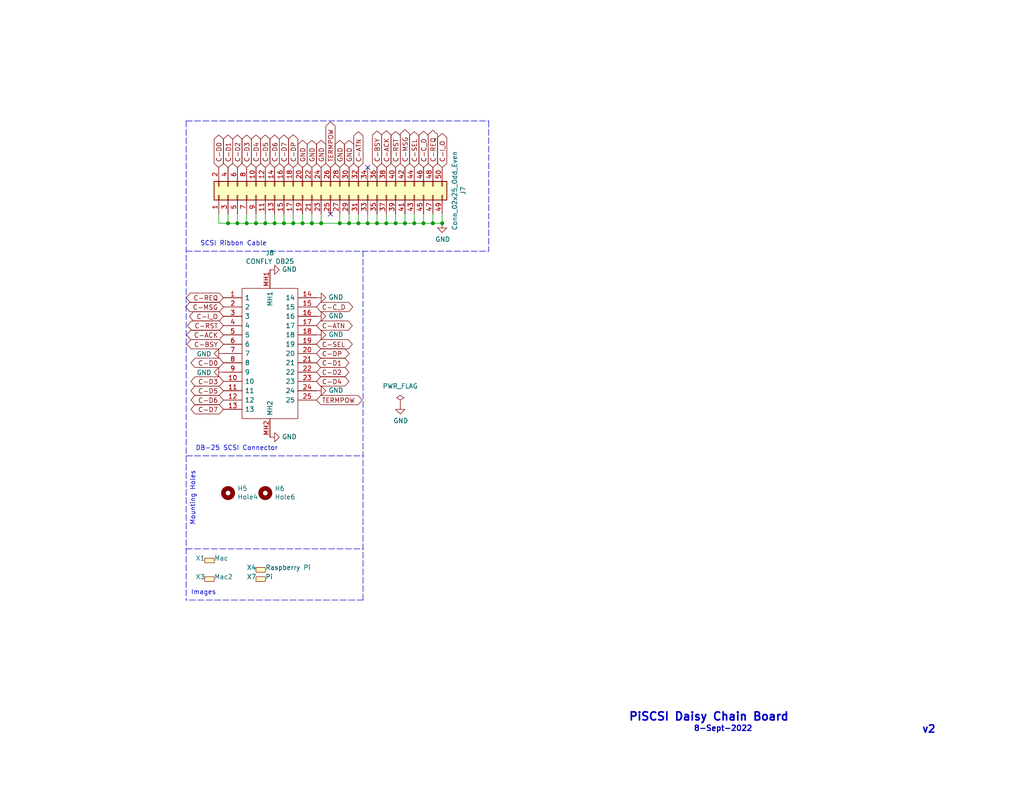
<source format=kicad_sch>
(kicad_sch (version 20211123) (generator eeschema)
  (paper "USLetter")
  (lib_symbols
    (symbol "Connector_Generic:Conn_02x25_Odd_Even" (pin_names (offset 1.016) hide)
      (property "Reference" "J" (at 1.27 33.02 0))
      (property "Value" "Conn_02x25_Odd_Even" (at 1.27 -33.02 0))
      (symbol "Conn_02x25_Odd_Even_1_1"
        (rectangle (start -1.27 -30.353) (end 0 -30.607) (stroke (width 0.1524)))
        (rectangle (start -1.27 -27.813) (end 0 -28.067) (stroke (width 0.1524)))
        (rectangle (start -1.27 -25.273) (end 0 -25.527) (stroke (width 0.1524)))
        (rectangle (start -1.27 -22.733) (end 0 -22.987) (stroke (width 0.1524)))
        (rectangle (start -1.27 -20.193) (end 0 -20.447) (stroke (width 0.1524)))
        (rectangle (start -1.27 -17.653) (end 0 -17.907) (stroke (width 0.1524)))
        (rectangle (start -1.27 -15.113) (end 0 -15.367) (stroke (width 0.1524)))
        (rectangle (start -1.27 -12.573) (end 0 -12.827) (stroke (width 0.1524)))
        (rectangle (start -1.27 -10.033) (end 0 -10.287) (stroke (width 0.1524)))
        (rectangle (start -1.27 -7.493) (end 0 -7.747) (stroke (width 0.1524)))
        (rectangle (start -1.27 -4.953) (end 0 -5.207) (stroke (width 0.1524)))
        (rectangle (start -1.27 -2.413) (end 0 -2.667) (stroke (width 0.1524)))
        (rectangle (start -1.27 0.127) (end 0 -0.127) (stroke (width 0.1524)))
        (rectangle (start -1.27 2.667) (end 0 2.413) (stroke (width 0.1524)))
        (rectangle (start -1.27 5.207) (end 0 4.953) (stroke (width 0.1524)))
        (rectangle (start -1.27 7.747) (end 0 7.493) (stroke (width 0.1524)))
        (rectangle (start -1.27 10.287) (end 0 10.033) (stroke (width 0.1524)))
        (rectangle (start -1.27 12.827) (end 0 12.573) (stroke (width 0.1524)))
        (rectangle (start -1.27 15.367) (end 0 15.113) (stroke (width 0.1524)))
        (rectangle (start -1.27 17.907) (end 0 17.653) (stroke (width 0.1524)))
        (rectangle (start -1.27 20.447) (end 0 20.193) (stroke (width 0.1524)))
        (rectangle (start -1.27 22.987) (end 0 22.733) (stroke (width 0.1524)))
        (rectangle (start -1.27 25.527) (end 0 25.273) (stroke (width 0.1524)))
        (rectangle (start -1.27 28.067) (end 0 27.813) (stroke (width 0.1524)))
        (rectangle (start -1.27 30.607) (end 0 30.353) (stroke (width 0.1524)))
        (rectangle (start -1.27 31.75) (end 3.81 -31.75) (stroke (width 0.254)) (fill (type background)))
        (rectangle (start 3.81 -30.353) (end 2.54 -30.607) (stroke (width 0.1524)))
        (rectangle (start 3.81 -27.813) (end 2.54 -28.067) (stroke (width 0.1524)))
        (rectangle (start 3.81 -25.273) (end 2.54 -25.527) (stroke (width 0.1524)))
        (rectangle (start 3.81 -22.733) (end 2.54 -22.987) (stroke (width 0.1524)))
        (rectangle (start 3.81 -20.193) (end 2.54 -20.447) (stroke (width 0.1524)))
        (rectangle (start 3.81 -17.653) (end 2.54 -17.907) (stroke (width 0.1524)))
        (rectangle (start 3.81 -15.113) (end 2.54 -15.367) (stroke (width 0.1524)))
        (rectangle (start 3.81 -12.573) (end 2.54 -12.827) (stroke (width 0.1524)))
        (rectangle (start 3.81 -10.033) (end 2.54 -10.287) (stroke (width 0.1524)))
        (rectangle (start 3.81 -7.493) (end 2.54 -7.747) (stroke (width 0.1524)))
        (rectangle (start 3.81 -4.953) (end 2.54 -5.207) (stroke (width 0.1524)))
        (rectangle (start 3.81 -2.413) (end 2.54 -2.667) (stroke (width 0.1524)))
        (rectangle (start 3.81 0.127) (end 2.54 -0.127) (stroke (width 0.1524)))
        (rectangle (start 3.81 2.667) (end 2.54 2.413) (stroke (width 0.1524)))
        (rectangle (start 3.81 5.207) (end 2.54 4.953) (stroke (width 0.1524)))
        (rectangle (start 3.81 7.747) (end 2.54 7.493) (stroke (width 0.1524)))
        (rectangle (start 3.81 10.287) (end 2.54 10.033) (stroke (width 0.1524)))
        (rectangle (start 3.81 12.827) (end 2.54 12.573) (stroke (width 0.1524)))
        (rectangle (start 3.81 15.367) (end 2.54 15.113) (stroke (width 0.1524)))
        (rectangle (start 3.81 17.907) (end 2.54 17.653) (stroke (width 0.1524)))
        (rectangle (start 3.81 20.447) (end 2.54 20.193) (stroke (width 0.1524)))
        (rectangle (start 3.81 22.987) (end 2.54 22.733) (stroke (width 0.1524)))
        (rectangle (start 3.81 25.527) (end 2.54 25.273) (stroke (width 0.1524)))
        (rectangle (start 3.81 28.067) (end 2.54 27.813) (stroke (width 0.1524)))
        (rectangle (start 3.81 30.607) (end 2.54 30.353) (stroke (width 0.1524)))
        (pin passive line (at -5.08 30.48 0) (length 3.81) (name "Pin_1") (number "1"))
        (pin passive line (at 7.62 20.32 180) (length 3.81) (name "Pin_10") (number "10"))
        (pin passive line (at -5.08 17.78 0) (length 3.81) (name "Pin_11") (number "11"))
        (pin passive line (at 7.62 17.78 180) (length 3.81) (name "Pin_12") (number "12"))
        (pin passive line (at -5.08 15.24 0) (length 3.81) (name "Pin_13") (number "13"))
        (pin passive line (at 7.62 15.24 180) (length 3.81) (name "Pin_14") (number "14"))
        (pin passive line (at -5.08 12.7 0) (length 3.81) (name "Pin_15") (number "15"))
        (pin passive line (at 7.62 12.7 180) (length 3.81) (name "Pin_16") (number "16"))
        (pin passive line (at -5.08 10.16 0) (length 3.81) (name "Pin_17") (number "17"))
        (pin passive line (at 7.62 10.16 180) (length 3.81) (name "Pin_18") (number "18"))
        (pin passive line (at -5.08 7.62 0) (length 3.81) (name "Pin_19") (number "19"))
        (pin passive line (at 7.62 30.48 180) (length 3.81) (name "Pin_2") (number "2"))
        (pin passive line (at 7.62 7.62 180) (length 3.81) (name "Pin_20") (number "20"))
        (pin passive line (at -5.08 5.08 0) (length 3.81) (name "Pin_21") (number "21"))
        (pin passive line (at 7.62 5.08 180) (length 3.81) (name "Pin_22") (number "22"))
        (pin passive line (at -5.08 2.54 0) (length 3.81) (name "Pin_23") (number "23"))
        (pin passive line (at 7.62 2.54 180) (length 3.81) (name "Pin_24") (number "24"))
        (pin passive line (at -5.08 0 0) (length 3.81) (name "Pin_25") (number "25"))
        (pin passive line (at 7.62 0 180) (length 3.81) (name "Pin_26") (number "26"))
        (pin passive line (at -5.08 -2.54 0) (length 3.81) (name "Pin_27") (number "27"))
        (pin passive line (at 7.62 -2.54 180) (length 3.81) (name "Pin_28") (number "28"))
        (pin passive line (at -5.08 -5.08 0) (length 3.81) (name "Pin_29") (number "29"))
        (pin passive line (at -5.08 27.94 0) (length 3.81) (name "Pin_3") (number "3"))
        (pin passive line (at 7.62 -5.08 180) (length 3.81) (name "Pin_30") (number "30"))
        (pin passive line (at -5.08 -7.62 0) (length 3.81) (name "Pin_31") (number "31"))
        (pin passive line (at 7.62 -7.62 180) (length 3.81) (name "Pin_32") (number "32"))
        (pin passive line (at -5.08 -10.16 0) (length 3.81) (name "Pin_33") (number "33"))
        (pin passive line (at 7.62 -10.16 180) (length 3.81) (name "Pin_34") (number "34"))
        (pin passive line (at -5.08 -12.7 0) (length 3.81) (name "Pin_35") (number "35"))
        (pin passive line (at 7.62 -12.7 180) (length 3.81) (name "Pin_36") (number "36"))
        (pin passive line (at -5.08 -15.24 0) (length 3.81) (name "Pin_37") (number "37"))
        (pin passive line (at 7.62 -15.24 180) (length 3.81) (name "Pin_38") (number "38"))
        (pin passive line (at -5.08 -17.78 0) (length 3.81) (name "Pin_39") (number "39"))
        (pin passive line (at 7.62 27.94 180) (length 3.81) (name "Pin_4") (number "4"))
        (pin passive line (at 7.62 -17.78 180) (length 3.81) (name "Pin_40") (number "40"))
        (pin passive line (at -5.08 -20.32 0) (length 3.81) (name "Pin_41") (number "41"))
        (pin passive line (at 7.62 -20.32 180) (length 3.81) (name "Pin_42") (number "42"))
        (pin passive line (at -5.08 -22.86 0) (length 3.81) (name "Pin_43") (number "43"))
        (pin passive line (at 7.62 -22.86 180) (length 3.81) (name "Pin_44") (number "44"))
        (pin passive line (at -5.08 -25.4 0) (length 3.81) (name "Pin_45") (number "45"))
        (pin passive line (at 7.62 -25.4 180) (length 3.81) (name "Pin_46") (number "46"))
        (pin passive line (at -5.08 -27.94 0) (length 3.81) (name "Pin_47") (number "47"))
        (pin passive line (at 7.62 -27.94 180) (length 3.81) (name "Pin_48") (number "48"))
        (pin passive line (at -5.08 -30.48 0) (length 3.81) (name "Pin_49") (number "49"))
        (pin passive line (at -5.08 25.4 0) (length 3.81) (name "Pin_5") (number "5"))
        (pin passive line (at 7.62 -30.48 180) (length 3.81) (name "Pin_50") (number "50"))
        (pin passive line (at 7.62 25.4 180) (length 3.81) (name "Pin_6") (number "6"))
        (pin passive line (at -5.08 22.86 0) (length 3.81) (name "Pin_7") (number "7"))
        (pin passive line (at 7.62 22.86 180) (length 3.81) (name "Pin_8") (number "8"))
        (pin passive line (at -5.08 20.32 0) (length 3.81) (name "Pin_9") (number "9"))
      )
    )
    (symbol "Mechanical:MountingHole" (pin_names (offset 1.016))
      (property "Reference" "H" (at 0 5.08 0))
      (property "Value" "MountingHole" (at 0 3.175 0))
      (symbol "MountingHole_0_1"
        (circle (center 0 0) (radius 1.27) (stroke (width 1.27)))
      )
    )
    (symbol "SamacSys_Parts:L717SDB25PA4CH4F" (pin_names (offset 0.762))
      (property "Reference" "J" (at 41.91 12.7 0))
      (property "Value" "L717SDB25PA4CH4F" (at 41.91 10.16 0))
      (symbol "L717SDB25PA4CH4F_0_0"
        (pin passive line (at 7.62 12.7 270) (length 5.08) (name "1") (number "1"))
        (pin passive line (at 30.48 12.7 270) (length 5.08) (name "10") (number "10"))
        (pin passive line (at 33.02 12.7 270) (length 5.08) (name "11") (number "11"))
        (pin passive line (at 35.56 12.7 270) (length 5.08) (name "12") (number "12"))
        (pin passive line (at 38.1 12.7 270) (length 5.08) (name "13") (number "13"))
        (pin passive line (at 7.62 -12.7 90) (length 5.08) (name "14") (number "14"))
        (pin passive line (at 10.16 -12.7 90) (length 5.08) (name "15") (number "15"))
        (pin passive line (at 12.7 -12.7 90) (length 5.08) (name "16") (number "16"))
        (pin passive line (at 15.24 -12.7 90) (length 5.08) (name "17") (number "17"))
        (pin passive line (at 17.78 -12.7 90) (length 5.08) (name "18") (number "18"))
        (pin passive line (at 20.32 -12.7 90) (length 5.08) (name "19") (number "19"))
        (pin passive line (at 10.16 12.7 270) (length 5.08) (name "2") (number "2"))
        (pin passive line (at 22.86 -12.7 90) (length 5.08) (name "20") (number "20"))
        (pin passive line (at 25.4 -12.7 90) (length 5.08) (name "21") (number "21"))
        (pin passive line (at 27.94 -12.7 90) (length 5.08) (name "22") (number "22"))
        (pin passive line (at 30.48 -12.7 90) (length 5.08) (name "23") (number "23"))
        (pin passive line (at 33.02 -12.7 90) (length 5.08) (name "24") (number "24"))
        (pin passive line (at 35.56 -12.7 90) (length 5.08) (name "25") (number "25"))
        (pin passive line (at 12.7 12.7 270) (length 5.08) (name "3") (number "3"))
        (pin passive line (at 15.24 12.7 270) (length 5.08) (name "4") (number "4"))
        (pin passive line (at 17.78 12.7 270) (length 5.08) (name "5") (number "5"))
        (pin passive line (at 20.32 12.7 270) (length 5.08) (name "6") (number "6"))
        (pin passive line (at 22.86 12.7 270) (length 5.08) (name "7") (number "7"))
        (pin passive line (at 25.4 12.7 270) (length 5.08) (name "8") (number "8"))
        (pin passive line (at 27.94 12.7 270) (length 5.08) (name "9") (number "9"))
        (pin passive line (at 0 0 0) (length 5.08) (name "MH1") (number "MH1"))
        (pin passive line (at 45.72 0 180) (length 5.08) (name "MH2") (number "MH2"))
      )
      (symbol "L717SDB25PA4CH4F_0_1"
        (polyline (pts (xy 5.08 7.62) (xy 40.64 7.62) (xy 40.64 -7.62) (xy 5.08 -7.62) (xy 5.08 7.62)) (stroke (width 0.1524)))
      )
    )
    (symbol "SamacSys_Parts:Logo" (pin_names (offset 1.016))
      (property "Reference" "X" (at 0 3.81 0))
      (property "Value" "Logo" (at 0 0 0))
      (symbol "Logo_0_1"
        (rectangle (start -1.27 1.27) (end 1.27 2.54) (fill (type background)))
      )
    )
    (symbol "power:GND" (power) (pin_names (offset 0))
      (property "Value" "GND" (at 0 -3.81 0))
      (symbol "GND_0_1"
        (polyline (pts (xy 0 0) (xy 0 -1.27) (xy 1.27 -1.27) (xy 0 -2.54) (xy -1.27 -1.27) (xy 0 -1.27)))
      )
      (symbol "GND_1_1"
        (pin power_in line (at 0 0 270) (length 0) hide (name "GND") (number "1"))
      )
    )
    (symbol "power:PWR_FLAG" (power) (pin_numbers hide) (pin_names (offset 0) hide)
      (property "Value" "PWR_FLAG" (at 0 3.81 0))
      (symbol "PWR_FLAG_0_0"
        (pin power_out line (at 0 0 90) (length 0) (name "pwr") (number "1"))
      )
      (symbol "PWR_FLAG_0_1"
        (polyline (pts (xy 0 0) (xy 0 1.27) (xy -1.016 1.905) (xy 0 2.54) (xy 1.016 1.905) (xy 0 1.27)))
      )
    )
  )
  (junction (at 102.87 60.96))
  (junction (at 100.33 60.96))
  (junction (at 97.79 60.96))
  (junction (at 120.65 60.96))
  (junction (at 74.93 60.96))
  (junction (at 118.11 60.96))
  (junction (at 69.85 60.96))
  (junction (at 115.57 60.96))
  (junction (at 62.23 60.96))
  (junction (at 64.77 60.96))
  (junction (at 77.47 60.96))
  (junction (at 110.49 60.96))
  (junction (at 82.55 60.96))
  (junction (at 92.71 60.96))
  (junction (at 85.09 60.96))
  (junction (at 113.03 60.96))
  (junction (at 105.41 60.96))
  (junction (at 107.95 60.96))
  (junction (at 80.01 60.96))
  (junction (at 95.25 60.96))
  (junction (at 72.39 60.96))
  (junction (at 67.31 60.96))
  (junction (at 87.63 60.96))
  (no_connect (at 90.17 58.42))
  (no_connect (at 100.33 45.72))
  (wire (pts (xy 95.25 60.96) (xy 97.79 60.96)))
  (wire (pts (xy 100.33 60.96) (xy 102.87 60.96)))
  (wire (pts (xy 59.69 60.96) (xy 62.23 60.96)))
  (wire (pts (xy 87.63 60.96) (xy 92.71 60.96)))
  (wire (pts (xy 97.79 60.96) (xy 97.79 58.42)))
  (wire (pts (xy 118.11 60.96) (xy 118.11 58.42)))
  (wire (pts (xy 120.65 60.96) (xy 120.65 58.42)))
  (wire (pts (xy 74.93 60.96) (xy 74.93 58.42)))
  (wire (pts (xy 107.95 60.96) (xy 107.95 58.42)))
  (wire (pts (xy 110.49 60.96) (xy 113.03 60.96)))
  (wire (pts (xy 74.93 60.96) (xy 77.47 60.96)))
  (wire (pts (xy 102.87 60.96) (xy 105.41 60.96)))
  (polyline (pts (xy 50.8 124.46) (xy 99.06 124.46)))
  (wire (pts (xy 69.85 60.96) (xy 69.85 58.42)))
  (wire (pts (xy 92.71 60.96) (xy 92.71 58.42)))
  (wire (pts (xy 107.95 60.96) (xy 110.49 60.96)))
  (wire (pts (xy 77.47 60.96) (xy 80.01 60.96)))
  (wire (pts (xy 62.23 60.96) (xy 62.23 58.42)))
  (polyline (pts (xy 133.35 33.02) (xy 133.35 68.58)))
  (wire (pts (xy 85.09 60.96) (xy 85.09 58.42)))
  (polyline (pts (xy 99.06 163.83) (xy 50.8 163.83)))
  (wire (pts (xy 69.85 60.96) (xy 72.39 60.96)))
  (wire (pts (xy 113.03 60.96) (xy 115.57 60.96)))
  (wire (pts (xy 85.09 60.96) (xy 87.63 60.96)))
  (polyline (pts (xy 50.8 68.58) (xy 133.35 68.58)))
  (wire (pts (xy 59.69 60.96) (xy 59.69 58.42)))
  (wire (pts (xy 72.39 60.96) (xy 72.39 58.42)))
  (wire (pts (xy 64.77 60.96) (xy 67.31 60.96)))
  (wire (pts (xy 115.57 60.96) (xy 118.11 60.96)))
  (wire (pts (xy 115.57 60.96) (xy 115.57 58.42)))
  (polyline (pts (xy 99.06 163.83) (xy 99.06 68.58)))
  (wire (pts (xy 95.25 60.96) (xy 95.25 58.42)))
  (wire (pts (xy 77.47 60.96) (xy 77.47 58.42)))
  (wire (pts (xy 100.33 60.96) (xy 100.33 58.42)))
  (polyline (pts (xy 50.8 149.86) (xy 99.06 149.86)))
  (wire (pts (xy 105.41 60.96) (xy 107.95 60.96)))
  (wire (pts (xy 80.01 60.96) (xy 82.55 60.96)))
  (wire (pts (xy 82.55 60.96) (xy 82.55 58.42)))
  (wire (pts (xy 110.49 60.96) (xy 110.49 58.42)))
  (wire (pts (xy 80.01 60.96) (xy 80.01 58.42)))
  (wire (pts (xy 87.63 60.96) (xy 87.63 58.42)))
  (polyline (pts (xy 50.8 33.02) (xy 133.35 33.02)))
  (wire (pts (xy 64.77 60.96) (xy 64.77 58.42)))
  (wire (pts (xy 118.11 60.96) (xy 120.65 60.96)))
  (wire (pts (xy 97.79 60.96) (xy 100.33 60.96)))
  (wire (pts (xy 72.39 60.96) (xy 74.93 60.96)))
  (wire (pts (xy 105.41 60.96) (xy 105.41 58.42)))
  (wire (pts (xy 67.31 60.96) (xy 67.31 58.42)))
  (wire (pts (xy 113.03 60.96) (xy 113.03 58.42)))
  (wire (pts (xy 67.31 60.96) (xy 69.85 60.96)))
  (wire (pts (xy 82.55 60.96) (xy 85.09 60.96)))
  (wire (pts (xy 62.23 60.96) (xy 64.77 60.96)))
  (wire (pts (xy 92.71 60.96) (xy 95.25 60.96)))
  (wire (pts (xy 102.87 60.96) (xy 102.87 58.42)))
  (polyline (pts (xy 50.8 33.02) (xy 50.8 163.83)))
  (text "v2" (at 251.46 200.406 0) (effects (font (size 2.0066 2.0066) (thickness 0.4013) bold) (justify left bottom)))
  (text "DB-25 SCSI Connector" (at 53.34 123.19 0) (effects (font (size 1.27 1.27)) (justify left bottom)))
  (text "Images" (at 52.07 162.56 0) (effects (font (size 1.27 1.27)) (justify left bottom)))
  (text "8-Sept-2022" (at 189.23 199.898 0) (effects (font (size 1.4986 1.4986) (thickness 0.2997) bold) (justify left bottom)))
  (text "PiSCSI Daisy Chain Board" (at 171.45 197.104 0) (effects (font (size 2.2098 2.2098) (thickness 0.442) bold) (justify left bottom)))
  (text "Mounting Holes" (at 53.34 143.51 90) (effects (font (size 1.27 1.27)) (justify left bottom)))
  (text "SCSI Ribbon Cable" (at 54.61 67.31 0) (effects (font (size 1.27 1.27)) (justify left bottom)))
  (global_label "C-ACK" (shape bidirectional) (at 105.41 45.72 90) (property "Intersheet References" "${INTERSHEET_REFS}" (effects hide)))
  (global_label "C-DP" (shape bidirectional) (at 80.01 45.72 90) (property "Intersheet References" "${INTERSHEET_REFS}" (effects hide)))
  (global_label "C-DP" (shape bidirectional) (at 86.36 96.52 0) (property "Intersheet References" "${INTERSHEET_REFS}" (effects hide)))
  (global_label "C-I_O" (shape bidirectional) (at 120.65 45.72 90) (property "Intersheet References" "${INTERSHEET_REFS}" (effects hide)))
  (global_label "C-D0" (shape bidirectional) (at 60.96 99.06 180) (property "Intersheet References" "${INTERSHEET_REFS}" (effects hide)))
  (global_label "C-D6" (shape bidirectional) (at 60.96 109.22 180) (property "Intersheet References" "${INTERSHEET_REFS}" (effects hide)))
  (global_label "GND" (shape bidirectional) (at 85.09 45.72 90) (property "Intersheet References" "${INTERSHEET_REFS}" (effects hide)))
  (global_label "C-D6" (shape bidirectional) (at 74.93 45.72 90) (property "Intersheet References" "${INTERSHEET_REFS}" (effects hide)))
  (global_label "C-D4" (shape bidirectional) (at 69.85 45.72 90) (property "Intersheet References" "${INTERSHEET_REFS}" (effects hide)))
  (global_label "C-D7" (shape bidirectional) (at 60.96 111.76 180) (property "Intersheet References" "${INTERSHEET_REFS}" (effects hide)))
  (global_label "C-MSG" (shape bidirectional) (at 110.49 45.72 90) (property "Intersheet References" "${INTERSHEET_REFS}" (effects hide)))
  (global_label "C-SEL" (shape bidirectional) (at 113.03 45.72 90) (property "Intersheet References" "${INTERSHEET_REFS}" (effects hide)))
  (global_label "TERMPOW" (shape bidirectional) (at 90.17 45.72 90) (property "Intersheet References" "${INTERSHEET_REFS}" (effects hide)))
  (global_label "C-D2" (shape bidirectional) (at 86.36 101.6 0) (property "Intersheet References" "${INTERSHEET_REFS}" (effects hide)))
  (global_label "C-REQ" (shape bidirectional) (at 118.11 45.72 90) (property "Intersheet References" "${INTERSHEET_REFS}" (effects hide)))
  (global_label "C-REQ" (shape bidirectional) (at 60.96 81.28 180) (property "Intersheet References" "${INTERSHEET_REFS}" (effects hide)))
  (global_label "C-C_D" (shape bidirectional) (at 86.36 83.82 0) (property "Intersheet References" "${INTERSHEET_REFS}" (effects hide)))
  (global_label "C-D7" (shape bidirectional) (at 77.47 45.72 90) (property "Intersheet References" "${INTERSHEET_REFS}" (effects hide)))
  (global_label "C-I_O" (shape bidirectional) (at 60.96 86.36 180) (property "Intersheet References" "${INTERSHEET_REFS}" (effects hide)))
  (global_label "C-ATN" (shape bidirectional) (at 97.79 45.72 90) (property "Intersheet References" "${INTERSHEET_REFS}" (effects hide)))
  (global_label "GND" (shape bidirectional) (at 95.25 45.72 90) (property "Intersheet References" "${INTERSHEET_REFS}" (effects hide)))
  (global_label "C-C_D" (shape bidirectional) (at 115.57 45.72 90) (property "Intersheet References" "${INTERSHEET_REFS}" (effects hide)))
  (global_label "C-RST" (shape bidirectional) (at 107.95 45.72 90) (property "Intersheet References" "${INTERSHEET_REFS}" (effects hide)))
  (global_label "C-D2" (shape bidirectional) (at 64.77 45.72 90) (property "Intersheet References" "${INTERSHEET_REFS}" (effects hide)))
  (global_label "C-ATN" (shape bidirectional) (at 86.36 88.9 0) (property "Intersheet References" "${INTERSHEET_REFS}" (effects hide)))
  (global_label "C-D5" (shape bidirectional) (at 72.39 45.72 90) (property "Intersheet References" "${INTERSHEET_REFS}" (effects hide)))
  (global_label "TERMPOW" (shape bidirectional) (at 86.36 109.22 0) (property "Intersheet References" "${INTERSHEET_REFS}" (effects hide)))
  (global_label "C-D5" (shape bidirectional) (at 60.96 106.68 180) (property "Intersheet References" "${INTERSHEET_REFS}" (effects hide)))
  (global_label "C-BSY" (shape bidirectional) (at 102.87 45.72 90) (property "Intersheet References" "${INTERSHEET_REFS}" (effects hide)))
  (global_label "C-RST" (shape bidirectional) (at 60.96 88.9 180) (property "Intersheet References" "${INTERSHEET_REFS}" (effects hide)))
  (global_label "C-D1" (shape bidirectional) (at 62.23 45.72 90) (property "Intersheet References" "${INTERSHEET_REFS}" (effects hide)))
  (global_label "C-ACK" (shape bidirectional) (at 60.96 91.44 180) (property "Intersheet References" "${INTERSHEET_REFS}" (effects hide)))
  (global_label "C-D0" (shape bidirectional) (at 59.69 45.72 90) (property "Intersheet References" "${INTERSHEET_REFS}" (effects hide)))
  (global_label "C-D3" (shape bidirectional) (at 67.31 45.72 90) (property "Intersheet References" "${INTERSHEET_REFS}" (effects hide)))
  (global_label "GND" (shape bidirectional) (at 92.71 45.72 90) (property "Intersheet References" "${INTERSHEET_REFS}" (effects hide)))
  (global_label "C-D1" (shape bidirectional) (at 86.36 99.06 0) (property "Intersheet References" "${INTERSHEET_REFS}" (effects hide)))
  (global_label "C-BSY" (shape bidirectional) (at 60.96 93.98 180) (property "Intersheet References" "${INTERSHEET_REFS}" (effects hide)))
  (global_label "C-D3" (shape bidirectional) (at 60.96 104.14 180) (property "Intersheet References" "${INTERSHEET_REFS}" (effects hide)))
  (global_label "GND" (shape bidirectional) (at 82.55 45.72 90) (property "Intersheet References" "${INTERSHEET_REFS}" (effects hide)))
  (global_label "C-D4" (shape bidirectional) (at 86.36 104.14 0) (property "Intersheet References" "${INTERSHEET_REFS}" (effects hide)))
  (global_label "C-MSG" (shape bidirectional) (at 60.96 83.82 180) (property "Intersheet References" "${INTERSHEET_REFS}" (effects hide)))
  (global_label "C-SEL" (shape bidirectional) (at 86.36 93.98 0) (property "Intersheet References" "${INTERSHEET_REFS}" (effects hide)))
  (global_label "GND" (shape bidirectional) (at 87.63 45.72 90) (property "Intersheet References" "${INTERSHEET_REFS}" (effects hide)))
  (symbol (lib_id "Connector_Generic:Conn_02x25_Odd_Even") (at 90.17 53.34 90) (unit 1)
    (property "Reference" "J7" (at 126.365 52.07 0))
    (property "Value" "Conn_02x25_Odd_Even" (at 124.0536 52.07 0))
    (property "Footprint" "Connector_PinHeader_2.54mm:PinHeader_2x25_P2.54mm_Vertical" (effects hide))
    (property "LCSC" "C40024" (effects hide))
  )
  (symbol (lib_id "Mechanical:MountingHole") (at 62.23 134.62 0) (unit 1)
    (property "Reference" "H5" (at 64.77 133.3754 0) (effects (justify left)))
    (property "Value" "Hole4" (at 64.77 135.6868 0) (effects (justify left)))
    (property "Footprint" "MountingHole:MountingHole_2.7mm" (effects hide))
  )
  (symbol (lib_id "Mechanical:MountingHole") (at 72.39 134.62 0) (unit 1)
    (property "Reference" "H6" (at 74.93 133.3754 0) (effects (justify left)))
    (property "Value" "Hole6" (at 74.93 135.6868 0) (effects (justify left)))
    (property "Footprint" "MountingHole:MountingHole_2.7mm" (effects hide))
  )
  (symbol (lib_id "SamacSys_Parts:Logo") (at 57.15 154.94 0) (unit 1)
    (property "Reference" "X1" (at 53.34 152.4 0) (effects (justify left)))
    (property "Value" "Mac" (at 58.42 152.4 0) (effects (justify left)))
    (property "Footprint" "SamacSys_Parts:mac_happy_small" (effects hide))
  )
  (symbol (lib_id "SamacSys_Parts:Logo") (at 57.15 160.02 0) (unit 1)
    (property "Reference" "X3" (at 53.34 157.48 0) (effects (justify left)))
    (property "Value" "Mac2" (at 58.42 157.48 0) (effects (justify left)))
    (property "Footprint" "SamacSys_Parts:mac_happy_small" (effects hide))
    (property "Datasheet" "SamacSys_Parts:mac_happy_small" (effects hide))
  )
  (symbol (lib_id "SamacSys_Parts:Logo") (at 71.12 153.67 180) (unit 1)
    (property "Reference" "X4" (at 67.31 154.94 0) (effects (justify right)))
    (property "Value" "Raspberry Pi" (at 72.39 154.94 0) (effects (justify right)))
    (property "Footprint" "SamacSys_Parts:pi_logo" (effects hide))
  )
  (symbol (lib_id "SamacSys_Parts:Logo") (at 71.12 156.21 180) (unit 1)
    (property "Reference" "X7" (at 67.31 157.48 0) (effects (justify right)))
    (property "Value" "Pi" (at 72.39 157.48 0) (effects (justify right)))
    (property "Footprint" "SamacSys_Parts:pi_logo" (effects hide))
  )
  (symbol (lib_id "power:GND") (at 120.65 60.96 0) (unit 1)
    (property "Reference" "#PWR015" (effects hide))
    (property "Value" "GND" (at 120.777 65.3542 0))
  )
  (symbol (lib_id "power:GND") (at 73.66 119.38 90) (unit 1)
    (property "Reference" "#PWR039" (effects hide))
    (property "Value" "GND" (at 76.9112 119.253 90) (effects (justify right)))
  )
  (symbol (lib_id "power:GND") (at 86.36 81.28 90) (unit 1)
    (property "Reference" "#PWR042" (effects hide))
    (property "Value" "GND" (at 89.6112 81.153 90) (effects (justify right)))
  )
  (symbol (lib_id "power:GND") (at 86.36 86.36 90) (unit 1)
    (property "Reference" "#PWR043" (effects hide))
    (property "Value" "GND" (at 89.6112 86.233 90) (effects (justify right)))
  )
  (symbol (lib_id "power:GND") (at 86.36 91.44 90) (unit 1)
    (property "Reference" "#PWR044" (effects hide))
    (property "Value" "GND" (at 89.6112 91.313 90) (effects (justify right)))
  )
  (symbol (lib_id "power:GND") (at 60.96 96.52 270) (unit 1)
    (property "Reference" "#PWR035" (effects hide))
    (property "Value" "GND" (at 57.7088 96.647 90) (effects (justify right)))
  )
  (symbol (lib_id "power:GND") (at 60.96 101.6 270) (unit 1)
    (property "Reference" "#PWR036" (effects hide))
    (property "Value" "GND" (at 57.7088 101.727 90) (effects (justify right)))
  )
  (symbol (lib_id "power:GND") (at 86.36 106.68 90) (unit 1)
    (property "Reference" "#PWR045" (effects hide))
    (property "Value" "GND" (at 89.6112 106.553 90) (effects (justify right)))
  )
  (symbol (lib_id "power:GND") (at 73.66 73.66 90) (unit 1)
    (property "Reference" "#PWR038" (effects hide))
    (property "Value" "GND" (at 76.9112 73.533 90) (effects (justify right)))
  )
  (symbol (lib_id "SamacSys_Parts:L717SDB25PA4CH4F") (at 73.66 73.66 90) (mirror x) (unit 1)
    (property "Reference" "J8" (at 73.66 69.0626 90))
    (property "Value" "CONFLY DB25" (at 73.66 71.374 90))
    (property "Footprint" "L717SDB25PA4CH4F" (effects hide))
    (property "Datasheet" "https://componentsearchengine.com/Datasheets/1/L717SDB25PA4CH4F.pdf" (effects hide))
    (property "Description" "D-Sub Standard Connectors 25P Size B Stamped Male DSub Contact SD" (effects hide))
    (property "Height" "12.55" (effects hide))
    (property "Mouser Part Number" "523-L717SDB25PA4CH4F" (effects hide))
    (property "Mouser Price/Stock" "https://www.mouser.com/Search/Refine.aspx?Keyword=523-L717SDB25PA4CH4F" (effects hide))
    (property "Manufacturer_Name" "Amphenol" (effects hide))
    (property "Manufacturer_Part_Number" "L717SDB25PA4CH4F" (effects hide))
    (property "LCSC" "C77838" (effects hide))
  )
  (symbol (lib_id "power:PWR_FLAG") (at 109.22 110.49 0) (unit 1)
    (property "Reference" "#FLG01" (effects hide))
    (property "Value" "PWR_FLAG" (at 109.22 105.41 0))
  )
  (symbol (lib_id "power:GND") (at 109.22 110.49 0) (unit 1)
    (property "Reference" "#PWR01" (effects hide))
    (property "Value" "GND" (at 109.347 114.8842 0))
  )
)
</source>
